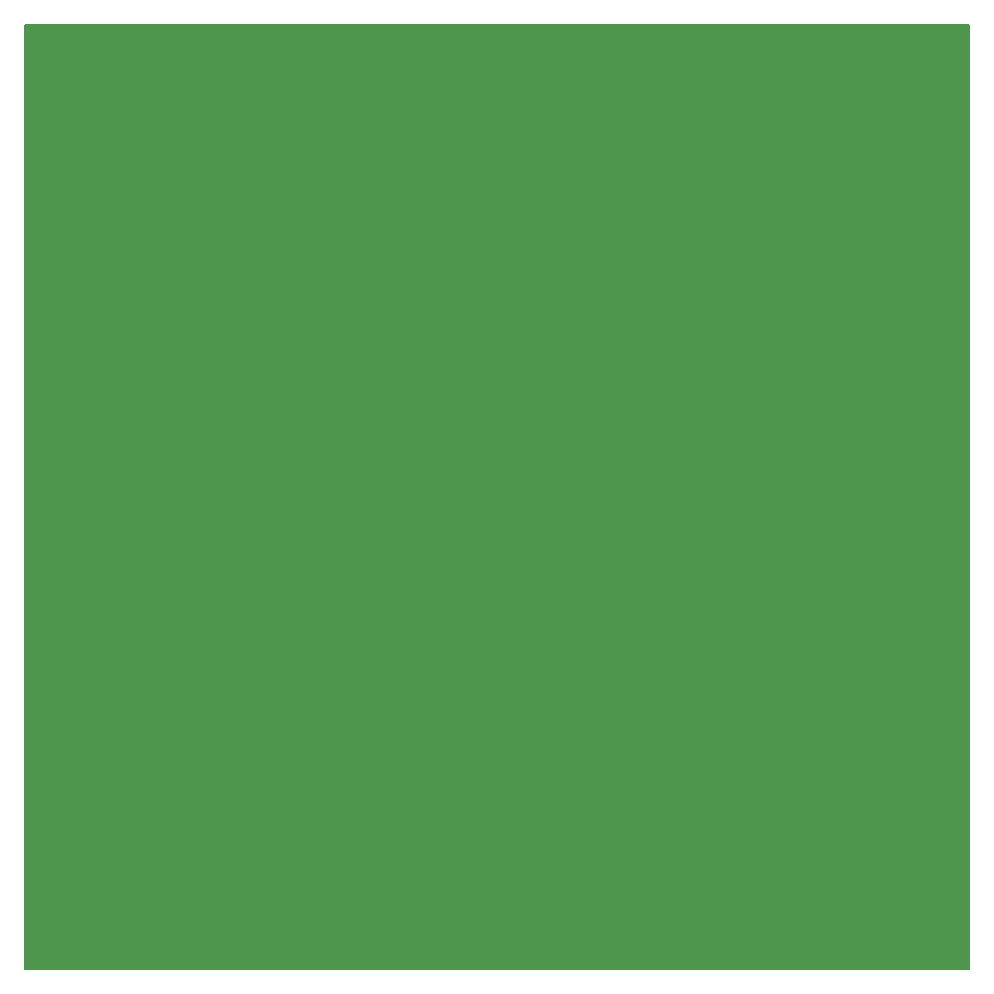
<source format=gbr>
G04 #@! TF.GenerationSoftware,KiCad,Pcbnew,5.0.2-bee76a0~70~ubuntu18.04.1*
G04 #@! TF.CreationDate,2020-06-05T14:20:23-07:00*
G04 #@! TF.ProjectId,secondary_endcap,7365636f-6e64-4617-9279-5f656e646361,rev?*
G04 #@! TF.SameCoordinates,Original*
G04 #@! TF.FileFunction,Soldermask,Top*
G04 #@! TF.FilePolarity,Negative*
%FSLAX46Y46*%
G04 Gerber Fmt 4.6, Leading zero omitted, Abs format (unit mm)*
G04 Created by KiCad (PCBNEW 5.0.2-bee76a0~70~ubuntu18.04.1) date Fri 05 Jun 2020 02:20:23 PM PDT*
%MOMM*%
%LPD*%
G01*
G04 APERTURE LIST*
%ADD10C,0.150000*%
%ADD11C,0.100000*%
G04 APERTURE END LIST*
D10*
G36*
X60000000Y-60000000D02*
X140000000Y-60000000D01*
X140000000Y-139000000D01*
X140000000Y-140000000D01*
X60000000Y-140000000D01*
X60000000Y-60000000D01*
G37*
X60000000Y-60000000D02*
X140000000Y-60000000D01*
X140000000Y-139000000D01*
X140000000Y-140000000D01*
X60000000Y-140000000D01*
X60000000Y-60000000D01*
D11*
G36*
X126145845Y-89519215D02*
X126236839Y-89556906D01*
X126317640Y-89610896D01*
X126318734Y-89611627D01*
X126388373Y-89681266D01*
X126443095Y-89763163D01*
X126480785Y-89854155D01*
X126500000Y-89950755D01*
X126500000Y-90049245D01*
X126480785Y-90145845D01*
X126443095Y-90236837D01*
X126388373Y-90318734D01*
X126318734Y-90388373D01*
X126318731Y-90388375D01*
X126236839Y-90443094D01*
X126145845Y-90480785D01*
X126049246Y-90500000D01*
X125950754Y-90500000D01*
X125854155Y-90480785D01*
X125763161Y-90443094D01*
X125681269Y-90388375D01*
X125681266Y-90388373D01*
X125611627Y-90318734D01*
X125556905Y-90236837D01*
X125519215Y-90145845D01*
X125500000Y-90049245D01*
X125500000Y-89950755D01*
X125519215Y-89854155D01*
X125556905Y-89763163D01*
X125611627Y-89681266D01*
X125681266Y-89611627D01*
X125682360Y-89610896D01*
X125763161Y-89556906D01*
X125854155Y-89519215D01*
X125950754Y-89500000D01*
X126049246Y-89500000D01*
X126145845Y-89519215D01*
X126145845Y-89519215D01*
G37*
M02*

</source>
